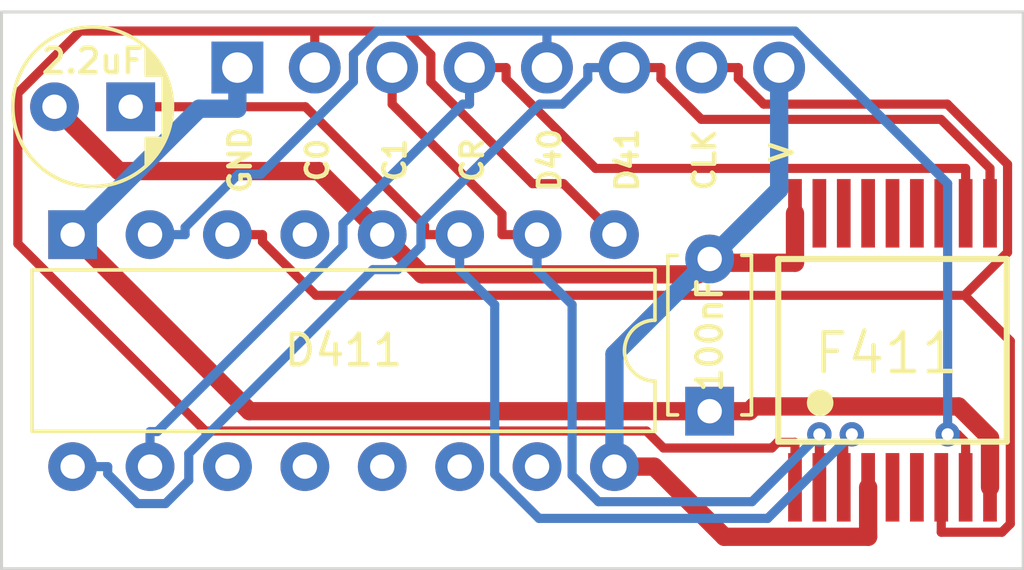
<source format=kicad_pcb>
(kicad_pcb (version 20211014) (generator pcbnew)
  (title_block (title "SNESCIC ADAPTER") (date "2022-07-11") (rev "V1"))
  (layers (0 "F.Cu" signal) (31 "B.Cu" signal) (34 "B.Paste" user) (35 "F.Paste" user) (36 "B.SilkS" user "B.Silkscreen") (37 "F.SilkS" user "F.Silkscreen") (38 "B.Mask" user) (39 "F.Mask" user) (44 "Edge.Cuts" user))
  (net 0 "")
  (net 1 "VCC")
  (net 2 "GND")
  (net 3 "D40")
  (net 4 "D41")
  (net 5 "CLK2")
  (net 6 "CIC DATA 1")
  (net 7 "CIC DATA 0")
  (net 8 "CIC RESET")
  (net 9 "RANDOM")
  (footprint "Capacitor_THT:CP_Radial_D5.0mm_P2.50mm" (layer "F.Cu") (at 188.5 87)
    (fp_text reference "C2" hide)
    (fp_text value "2.2uF" (at 1.25 -1.5) (layer "F.SilkS") (effects (font (size 0.8 0.8))))
    (fp_line (start 3.451 -1.383) (end 3.451 -1.04) (layer "F.SilkS") (width 0.12))
    (fp_line (start 3.011 -1.901) (end 3.011 -1.04) (layer "F.SilkS") (width 0.12))
    (fp_line (start 3.251 -1.653) (end 3.251 -1.04) (layer "F.SilkS") (width 0.12))
    (fp_line (start 3.211 -1.699) (end 3.211 -1.04) (layer "F.SilkS") (width 0.12))
    (fp_line (start 3.091 1.04) (end 3.091 1.826) (layer "F.SilkS") (width 0.12))
    (fp_line (start 3.411 -1.443) (end 3.411 -1.04) (layer "F.SilkS") (width 0.12))
    (fp_line (start 3.131 1.04) (end 3.131 1.785) (layer "F.SilkS") (width 0.12))
    (fp_line (start 3.651 -1.011) (end 3.651 1.011) (layer "F.SilkS") (width 0.12))
    (fp_line (start 3.171 1.04) (end 3.171 1.743) (layer "F.SilkS") (width 0.12))
    (fp_line (start 3.491 1.04) (end 3.491 1.319) (layer "F.SilkS") (width 0.12))
    (fp_line (start 3.051 1.04) (end 3.051 1.864) (layer "F.SilkS") (width 0.12))
    (fp_line (start 3.851 -0.284) (end 3.851 0.284) (layer "F.SilkS") (width 0.12))
    (fp_line (start 3.731 -0.805) (end 3.731 0.805) (layer "F.SilkS") (width 0.12))
    (fp_line (start 3.411 1.04) (end 3.411 1.443) (layer "F.SilkS") (width 0.12))
    (fp_line (start 3.251 1.04) (end 3.251 1.653) (layer "F.SilkS") (width 0.12))
    (fp_line (start 3.051 -1.864) (end 3.051 -1.04) (layer "F.SilkS") (width 0.12))
    (fp_line (start 3.691 -0.915) (end 3.691 0.915) (layer "F.SilkS") (width 0.12))
    (fp_line (start 3.291 1.04) (end 3.291 1.605) (layer "F.SilkS") (width 0.12))
    (fp_line (start 3.451 1.04) (end 3.451 1.383) (layer "F.SilkS") (width 0.12))
    (fp_line (start 3.011 1.04) (end 3.011 1.901) (layer "F.SilkS") (width 0.12))
    (fp_line (start 3.371 1.04) (end 3.371 1.5) (layer "F.SilkS") (width 0.12))
    (fp_line (start 3.571 -1.178) (end 3.571 1.178) (layer "F.SilkS") (width 0.12))
    (fp_line (start 3.371 -1.5) (end 3.371 -1.04) (layer "F.SilkS") (width 0.12))
    (fp_line (start 3.771 -0.677) (end 3.771 0.677) (layer "F.SilkS") (width 0.12))
    (fp_line (start 3.291 -1.605) (end 3.291 -1.04) (layer "F.SilkS") (width 0.12))
    (fp_line (start 3.811 -0.518) (end 3.811 0.518) (layer "F.SilkS") (width 0.12))
    (fp_line (start 3.171 -1.743) (end 3.171 -1.04) (layer "F.SilkS") (width 0.12))
    (fp_line (start 3.131 -1.785) (end 3.131 -1.04) (layer "F.SilkS") (width 0.12))
    (fp_line (start 3.091 -1.826) (end 3.091 -1.04) (layer "F.SilkS") (width 0.12))
    (fp_line (start 3.531 -1.251) (end 3.531 -1.04) (layer "F.SilkS") (width 0.12))
    (fp_line (start 3.531 1.04) (end 3.531 1.251) (layer "F.SilkS") (width 0.12))
    (fp_line (start 3.611 -1.098) (end 3.611 1.098) (layer "F.SilkS") (width 0.12))
    (fp_line (start 3.331 1.04) (end 3.331 1.554) (layer "F.SilkS") (width 0.12))
    (fp_line (start 3.491 -1.319) (end 3.491 -1.04) (layer "F.SilkS") (width 0.12))
    (fp_line (start 3.331 -1.554) (end 3.331 -1.04) (layer "F.SilkS") (width 0.12))
    (fp_line (start 3.211 1.04) (end 3.211 1.699) (layer "F.SilkS") (width 0.12))
    (fp_circle (center 1.25 0) (end 3.87 0) (layer "F.SilkS") (width 0.12) (fill none))
    (pad "1" thru_hole circle (at 0 0) (size 1.6 1.6) (drill 0.8) (layers *.Cu *.Mask) (net 1 "VCC"))
    (pad "2" thru_hole rect (at 2.5 0) (size 1.6 1.6) (drill 0.8) (layers *.Cu *.Mask) (net 9 "RANDOM"))
  )
  (footprint "snes_cart:18-SSOP" (layer "F.Cu") (at 216 95 180)
    (fp_text reference "F411" (at 0.2 -0.1) (layer "F.SilkS") (effects (font (size 1.27 1.27))))
    (fp_text value "SMD CIC" hide)
    (fp_line (start 3.75 3) (end -3.75 3) (layer "F.SilkS") (width 0.2))
    (fp_line (start -3.75 3) (end -3.75 -3) (layer "F.SilkS") (width 0.2))
    (fp_line (start 3.75 -3) (end 3.75 3) (layer "F.SilkS") (width 0.2))
    (fp_line (start -3.75 -3) (end 3.75 -3) (layer "F.SilkS") (width 0.2))
    (fp_circle (center 2.375 -1.725) (end 2.593301 -1.725) (layer "F.SilkS") (width 0.436603) (fill solid))
    (pad "1" smd rect (at 3.2 -4.5 90) (size 2.25 0.45) (layers "F.Cu" "F.Paste" "F.Mask") (net 7 "CIC DATA 0"))
    (pad "2" smd rect (at 2.4 -4.5 90) (size 2.25 0.45) (layers "F.Cu" "F.Paste" "F.Mask") (net 6 "CIC DATA 1"))
    (pad "3" smd rect (at 1.6 -4.5 90) (size 2.25 0.45) (layers "F.Cu" "F.Paste" "F.Mask") (net 9 "RANDOM"))
    (pad "4" smd rect (at 0.8 -4.5 90) (size 2.25 0.45) (layers "F.Cu" "F.Paste" "F.Mask") (net 1 "VCC"))
    (pad "5" smd rect (at 0 -4.5 90) (size 2.25 0.45) (layers "F.Cu" "F.Paste" "F.Mask"))
    (pad "6" smd rect (at -0.8 -4.5 90) (size 2.25 0.45) (layers "F.Cu" "F.Paste" "F.Mask"))
    (pad "7" smd rect (at -1.6 -4.5 90) (size 2.25 0.45) (layers "F.Cu" "F.Paste" "F.Mask") (net 5 "CLK2"))
    (pad "8" smd rect (at -2.4 -4.5 90) (size 2.25 0.45) (layers "F.Cu" "F.Paste" "F.Mask") (net 3 "D40"))
    (pad "9" smd rect (at -3.2 -4.5 90) (size 2.25 0.45) (layers "F.Cu" "F.Paste" "F.Mask") (net 2 "GND"))
    (pad "10" smd rect (at -3.2 4.5 90) (size 2.25 0.45) (layers "F.Cu" "F.Paste" "F.Mask") (net 4 "D41"))
    (pad "11" smd rect (at -2.4 4.5 90) (size 2.25 0.45) (layers "F.Cu" "F.Paste" "F.Mask") (net 8 "CIC RESET"))
    (pad "12" smd rect (at -1.6 4.5 90) (size 2.25 0.45) (layers "F.Cu" "F.Paste" "F.Mask"))
    (pad "13" smd rect (at -0.8 4.5 90) (size 2.25 0.45) (layers "F.Cu" "F.Paste" "F.Mask"))
    (pad "14" smd rect (at 0 4.5 90) (size 2.25 0.45) (layers "F.Cu" "F.Paste" "F.Mask"))
    (pad "15" smd rect (at 0.8 4.5 90) (size 2.25 0.45) (layers "F.Cu" "F.Paste" "F.Mask"))
    (pad "16" smd rect (at 1.6 4.5 90) (size 2.25 0.45) (layers "F.Cu" "F.Paste" "F.Mask"))
    (pad "17" smd rect (at 2.4 4.5 90) (size 2.25 0.45) (layers "F.Cu" "F.Paste" "F.Mask"))
    (pad "18" smd rect (at 3.2 4.5 90) (size 2.25 0.45) (layers "F.Cu" "F.Paste" "F.Mask") (net 1 "VCC"))
  )
  (footprint "Package_DIP:DIP-16_W7.62mm" (layer "F.Cu") (at 206.875 91.2 -90)
    (fp_text reference "D411" (at 3.8 8.89 180) (layer "F.SilkS"))
    (fp_text value "DIP CIC" hide)
    (fp_line (start 6.46 19.11) (end 6.46 -1.33) (layer "F.SilkS") (width 0.12))
    (fp_line (start 2.81 -1.33) (end 1.16 -1.33) (layer "F.SilkS") (width 0.12))
    (fp_line (start 1.16 -1.33) (end 1.16 19.11) (layer "F.SilkS") (width 0.12))
    (fp_line (start 1.16 19.11) (end 6.46 19.11) (layer "F.SilkS") (width 0.12))
    (fp_line (start 6.46 -1.33) (end 4.81 -1.33) (layer "F.SilkS") (width 0.12))
    (fp_arc (start 4.81 -1.33) (mid 3.81 -0.33) (end 2.81 -1.33) (layer "F.SilkS") (width 0.12))
    (pad "1" thru_hole circle (at 0 0 270) (size 1.6 1.6) (drill 0.8) (layers *.Cu *.Mask) (net 7 "CIC DATA 0"))
    (pad "2" thru_hole oval (at 0 2.54 270) (size 1.6 1.6) (drill 0.8) (layers *.Cu *.Mask) (net 6 "CIC DATA 1"))
    (pad "3" thru_hole oval (at 0 5.08 270) (size 1.6 1.6) (drill 0.8) (layers *.Cu *.Mask) (net 9 "RANDOM"))
    (pad "4" thru_hole oval (at 0 7.62 270) (size 1.6 1.6) (drill 0.8) (layers *.Cu *.Mask) (net 1 "VCC"))
    (pad "5" thru_hole oval (at 0 10.16 270) (size 1.6 1.6) (drill 0.8) (layers *.Cu *.Mask))
    (pad "6" thru_hole oval (at 0 12.7 270) (size 1.6 1.6) (drill 0.8) (layers *.Cu *.Mask) (net 5 "CLK2"))
    (pad "7" thru_hole oval (at 0 15.24 270) (size 1.6 1.6) (drill 0.8) (layers *.Cu *.Mask) (net 3 "D40"))
    (pad "8" thru_hole rect (at 0 17.78 270) (size 1.6 1.6) (drill 0.8) (layers *.Cu *.Mask) (net 2 "GND"))
    (pad "9" thru_hole oval (at 7.62 17.78 270) (size 1.6 1.6) (drill 0.8) (layers *.Cu *.Mask) (net 4 "D41"))
    (pad "10" thru_hole oval (at 7.62 15.24 270) (size 1.6 1.6) (drill 0.8) (layers *.Cu *.Mask) (net 8 "CIC RESET"))
    (pad "11" thru_hole oval (at 7.62 12.7 270) (size 1.6 1.6) (drill 0.8) (layers *.Cu *.Mask))
    (pad "12" thru_hole oval (at 7.62 10.16 270) (size 1.6 1.6) (drill 0.8) (layers *.Cu *.Mask))
    (pad "13" thru_hole oval (at 7.62 7.62 270) (size 1.6 1.6) (drill 0.8) (layers *.Cu *.Mask))
    (pad "14" thru_hole oval (at 7.62 5.08 270) (size 1.6 1.6) (drill 0.8) (layers *.Cu *.Mask))
    (pad "15" thru_hole oval (at 7.62 2.54 270) (size 1.6 1.6) (drill 0.8) (layers *.Cu *.Mask))
    (pad "16" thru_hole oval (at 7.62 0 270) (size 1.6 1.6) (drill 0.8) (layers *.Cu *.Mask) (net 1 "VCC"))
  )
  (footprint "Capacitor_THT:C_Disc_D5.0mm_W2.5mm_P5.00mm" (layer "F.Cu") (at 210 92 -90)
    (fp_text reference "C1" hide)
    (fp_text value "100nF" (at 2.5 0 -90) (layer "F.SilkS") (effects (font (size 0.8 0.8))))
    (fp_line (start -0.12 -1.37) (end 5.12 -1.37) (layer "F.SilkS") (width 0.12))
    (fp_line (start 5.12 -1.37) (end 5.12 -1.055) (layer "F.SilkS") (width 0.12))
    (fp_line (start -0.12 -1.37) (end -0.12 -1.055) (layer "F.SilkS") (width 0.12))
    (fp_line (start -0.12 1.37) (end 5.12 1.37) (layer "F.SilkS") (width 0.12))
    (fp_line (start 5.12 1.055) (end 5.12 1.37) (layer "F.SilkS") (width 0.12))
    (fp_line (start -0.12 1.055) (end -0.12 1.37) (layer "F.SilkS") (width 0.12))
    (pad "1" thru_hole circle (at 0 0 270) (size 1.6 1.6) (drill 0.8) (layers *.Cu *.Mask) (net 1 "VCC"))
    (pad "2" thru_hole rect (at 5 0 270) (size 1.6 1.6) (drill 0.8) (layers *.Cu *.Mask) (net 2 "GND"))
  )
  (footprint "Connector_PinHeader_2.54mm:PinHeader_1x08_P2.54mm_Vertical" (layer "B.Cu") (at 212.28 85.714 90)
    (fp_text reference "JCIC1")
    (fp_text value "Conn_01x08" hide)
    (pad "1" thru_hole circle (at 0 0 90) (size 1.7 1.7) (drill 1) (layers *.Cu *.Mask) (net 1 "VCC"))
    (pad "2" thru_hole oval (at 0 -2.54 90) (size 1.7 1.7) (drill 1) (layers *.Cu *.Mask) (net 5 "CLK2"))
    (pad "3" thru_hole oval (at 0 -5.08 90) (size 1.7 1.7) (drill 1) (layers *.Cu *.Mask) (net 4 "D41"))
    (pad "4" thru_hole oval (at 0 -7.62 90) (size 1.7 1.7) (drill 1) (layers *.Cu *.Mask) (net 3 "D40"))
    (pad "5" thru_hole oval (at 0 -10.16 90) (size 1.7 1.7) (drill 1) (layers *.Cu *.Mask) (net 8 "CIC RESET"))
    (pad "6" thru_hole oval (at 0 -12.7 90) (size 1.7 1.7) (drill 1) (layers *.Cu *.Mask) (net 6 "CIC DATA 1"))
    (pad "7" thru_hole oval (at 0 -15.24 90) (size 1.7 1.7) (drill 1) (layers *.Cu *.Mask) (net 7 "CIC DATA 0"))
    (pad "8" thru_hole rect (at 0 -17.78 90) (size 1.7 1.7) (drill 1) (layers *.Cu *.Mask) (net 2 "GND"))
  )
  (gr_line (start 186.761 83.887) (end 220.289 83.887) (layer "Edge.Cuts") (width 0.1))
  (gr_line (start 186.761 102.175) (end 186.761 83.887) (layer "Edge.Cuts") (width 0.1))
  (gr_line (start 220.289 102.175) (end 186.761 102.175) (layer "Edge.Cuts") (width 0.1))
  (gr_line (start 220.289 83.887) (end 220.289 102.175) (layer "Edge.Cuts") (width 0.1))
  (gr_text "CLK" (at 209.83 88.75 90) (layer "F.SilkS") (effects (font (size 0.7 0.7))))
  (gr_text "CR" (at 202.21 88.75 90) (layer "F.SilkS") (effects (font (size 0.7 0.7))))
  (gr_text "V" (at 212.37 88.5 90) (layer "F.SilkS") (effects (font (size 0.7 0.7))))
  (gr_text "C1" (at 199.67 88.75 90) (layer "F.SilkS") (effects (font (size 0.7 0.7))))
  (gr_text "C0" (at 197.13 88.75 90) (layer "F.SilkS") (effects (font (size 0.7 0.7))))
  (gr_text "D41" (at 207.29 88.75 90) (layer "F.SilkS") (effects (font (size 0.7 0.7))))
  (gr_text "GND" (at 194.59 88.75 90) (layer "F.SilkS") (effects (font (size 0.7 0.7))))
  (gr_text "D40" (at 204.75 88.75 90) (layer "F.SilkS") (effects (font (size 0.7 0.7))))
  (segment (start 210.4806 101.1253) (end 215.2 101.1253) (width 0.6) (layer "F.Cu") (net 1))
  (segment (start 210 92.1253) (end 212.8 92.1253) (width 0.6) (layer "F.Cu") (net 1))
  (segment (start 200.5603 92.5053) (end 199.255 91.2) (width 0.6) (layer "F.Cu") (net 1))
  (segment (start 210 92) (end 210 92.1253) (width 0.6) (layer "F.Cu") (net 1))
  (segment (start 209.62 92.5053) (end 200.5603 92.5053) (width 0.6) (layer "F.Cu") (net 1))
  (segment (start 215.2 99.5) (end 215.2 101.1253) (width 0.6) (layer "F.Cu") (net 1))
  (segment (start 208.1753 98.82) (end 210.4806 101.1253) (width 0.6) (layer "F.Cu") (net 1))
  (segment (start 212.8 90.5) (end 212.8 92.1253) (width 0.6) (layer "F.Cu") (net 1))
  (segment (start 197.1681 89.1131) (end 190.6131 89.1131) (width 0.6) (layer "F.Cu") (net 1))
  (segment (start 206.875 98.82) (end 208.1753 98.82) (width 0.6) (layer "F.Cu") (net 1))
  (segment (start 199.255 91.2) (end 197.1681 89.1131) (width 0.6) (layer "F.Cu") (net 1))
  (segment (start 190.6131 89.1131) (end 188.5 87) (width 0.6) (layer "F.Cu") (net 1))
  (segment (start 210 92.1253) (end 209.62 92.5053) (width 0.6) (layer "F.Cu") (net 1))
  (segment (start 212.28 85.714) (end 212.28 89.72) (width 0.6) (layer "B.Cu") (net 1))
  (segment (start 210 92) (end 206.875 95.125) (width 0.6) (layer "B.Cu") (net 1))
  (segment (start 212.28 89.72) (end 210 92) (width 0.6) (layer "B.Cu") (net 1))
  (segment (start 206.875 95.125) (end 206.875 98.82) (width 0.6) (layer "B.Cu") (net 1))
  (segment (start 211.4571 96.8432) (end 211.3003 97) (width 0.6) (layer "F.Cu") (net 2))
  (segment (start 194.895 97) (end 210 97) (width 0.6) (layer "F.Cu") (net 2))
  (segment (start 210 97) (end 211.3003 97) (width 0.6) (layer "F.Cu") (net 2))
  (segment (start 219.2 97.8747) (end 218.1685 96.8432) (width 0.6) (layer "F.Cu") (net 2))
  (segment (start 189.095 91.2) (end 194.895 97) (width 0.6) (layer "F.Cu") (net 2))
  (segment (start 218.1685 96.8432) (end 211.4571 96.8432) (width 0.6) (layer "F.Cu") (net 2))
  (segment (start 219.2 99.5) (end 219.2 97.8747) (width 0.6) (layer "F.Cu") (net 2))
  (segment (start 194.5 87.0643) (end 193.2476 87.0643) (width 0.6) (layer "B.Cu") (net 2))
  (segment (start 194.5 85.714) (end 194.5 87.0643) (width 0.6) (layer "B.Cu") (net 2))
  (segment (start 193.2476 87.0643) (end 189.1119 91.2) (width 0.6) (layer "B.Cu") (net 2))
  (segment (start 189.1119 91.2) (end 189.095 91.2) (width 0.6) (layer "B.Cu") (net 2))
  (segment (start 218.4 99.5) (end 218.4 98.0247) (width 0.3) (layer "F.Cu") (net 3))
  (segment (start 217.8092 97.7591) (end 218.1344 97.7591) (width 0.3) (layer "F.Cu") (net 3))
  (segment (start 218.1344 97.7591) (end 218.4 98.0247) (width 0.3) (layer "F.Cu") (net 3))
  (via (at 217.8092 97.7591) (size 0.8) (drill 0.4) (layers "F.Cu" "B.Cu") (net 3))
  (segment (start 198.31 85.2791) (end 198.31 86.1763) (width 0.3) (layer "B.Cu") (net 3))
  (segment (start 194.532 89.2149) (end 192.7853 90.9616) (width 0.3) (layer "B.Cu") (net 3))
  (segment (start 204.66 84.5137) (end 199.0754 84.5137) (width 0.3) (layer "B.Cu") (net 3))
  (segment (start 204.66 85.714) (end 204.66 84.5137) (width 0.3) (layer "B.Cu") (net 3))
  (segment (start 192.7853 90.9616) (end 192.7853 91.2) (width 0.3) (layer "B.Cu") (net 3))
  (segment (start 217.8092 97.7591) (end 217.8092 89.5217) (width 0.3) (layer "B.Cu") (net 3))
  (segment (start 217.8092 89.5217) (end 212.8012 84.5137) (width 0.3) (layer "B.Cu") (net 3))
  (segment (start 212.8012 84.5137) (end 204.66 84.5137) (width 0.3) (layer "B.Cu") (net 3))
  (segment (start 198.31 86.1763) (end 195.2714 89.2149) (width 0.3) (layer "B.Cu") (net 3))
  (segment (start 199.0754 84.5137) (end 198.31 85.2791) (width 0.3) (layer "B.Cu") (net 3))
  (segment (start 195.2714 89.2149) (end 194.532 89.2149) (width 0.3) (layer "B.Cu") (net 3))
  (segment (start 191.635 91.2) (end 192.7853 91.2) (width 0.3) (layer "B.Cu") (net 3))
  (segment (start 209.7257 87.4146) (end 217.5899 87.4146) (width 0.3) (layer "F.Cu") (net 4))
  (segment (start 208.4003 86.0892) (end 209.7257 87.4146) (width 0.3) (layer "F.Cu") (net 4))
  (segment (start 219.2 90.5) (end 219.2 89.0247) (width 0.3) (layer "F.Cu") (net 4))
  (segment (start 208.4003 85.714) (end 208.4003 86.0892) (width 0.3) (layer "F.Cu") (net 4))
  (segment (start 217.5899 87.4146) (end 219.2 89.0247) (width 0.3) (layer "F.Cu") (net 4))
  (segment (start 207.2 85.714) (end 208.4003 85.714) (width 0.3) (layer "F.Cu") (net 4))
  (segment (start 190.2453 99.0584) (end 190.2453 98.82) (width 0.3) (layer "B.Cu") (net 4))
  (segment (start 205.9997 85.714) (end 205.9997 86.0892) (width 0.3) (layer "B.Cu") (net 4))
  (segment (start 200.525 90.8151) (end 200.525 91.5828) (width 0.3) (layer "B.Cu") (net 4))
  (segment (start 192.905 98.3911) (end 192.905 99.2703) (width 0.3) (layer "B.Cu") (net 4))
  (segment (start 189.095 98.82) (end 190.2453 98.82) (width 0.3) (layer "B.Cu") (net 4))
  (segment (start 205.9997 86.0892) (end 205.1746 86.9143) (width 0.3) (layer "B.Cu") (net 4))
  (segment (start 205.1746 86.9143) (end 204.4258 86.9143) (width 0.3) (layer "B.Cu") (net 4))
  (segment (start 204.4258 86.9143) (end 200.525 90.8151) (width 0.3) (layer "B.Cu") (net 4))
  (segment (start 192.905 99.2703) (end 192.1408 100.0345) (width 0.3) (layer "B.Cu") (net 4))
  (segment (start 198.9457 92.3504) (end 192.905 98.3911) (width 0.3) (layer "B.Cu") (net 4))
  (segment (start 191.2214 100.0345) (end 190.2453 99.0584) (width 0.3) (layer "B.Cu") (net 4))
  (segment (start 192.1408 100.0345) (end 191.2214 100.0345) (width 0.3) (layer "B.Cu") (net 4))
  (segment (start 199.7574 92.3504) (end 198.9457 92.3504) (width 0.3) (layer "B.Cu") (net 4))
  (segment (start 200.525 91.5828) (end 199.7574 92.3504) (width 0.3) (layer "B.Cu") (net 4))
  (segment (start 207.2 85.714) (end 205.9997 85.714) (width 0.3) (layer "B.Cu") (net 4))
  (segment (start 209.74 85.714) (end 210.9403 85.714) (width 0.3) (layer "F.Cu") (net 5))
  (segment (start 218.3646 93.1934) (end 197.0803 93.1934) (width 0.3) (layer "F.Cu") (net 5))
  (segment (start 219.5898 100.9753) (end 217.6 100.9753) (width 0.3) (layer "F.Cu") (net 5))
  (segment (start 219.7754 91.7826) (end 218.3646 93.1934) (width 0.3) (layer "F.Cu") (net 5))
  (segment (start 217.6 99.5) (end 217.6 100.9753) (width 0.3) (layer "F.Cu") (net 5))
  (segment (start 218.3646 93.1934) (end 219.8661 94.6949) (width 0.3) (layer "F.Cu") (net 5))
  (segment (start 210.9403 86.082) (end 211.7726 86.9143) (width 0.3) (layer "F.Cu") (net 5))
  (segment (start 217.8 86.9143) (end 219.7754 88.8897) (width 0.3) (layer "F.Cu") (net 5))
  (segment (start 219.7754 88.8897) (end 219.7754 91.7826) (width 0.3) (layer "F.Cu") (net 5))
  (segment (start 194.175 91.2) (end 195.3253 91.2) (width 0.3) (layer "F.Cu") (net 5))
  (segment (start 195.3253 91.4384) (end 195.3253 91.2) (width 0.3) (layer "F.Cu") (net 5))
  (segment (start 219.8661 94.6949) (end 219.8661 100.699) (width 0.3) (layer "F.Cu") (net 5))
  (segment (start 210.9403 85.714) (end 210.9403 86.082) (width 0.3) (layer "F.Cu") (net 5))
  (segment (start 219.8661 100.699) (end 219.5898 100.9753) (width 0.3) (layer "F.Cu") (net 5))
  (segment (start 211.7726 86.9143) (end 217.8 86.9143) (width 0.3) (layer "F.Cu") (net 5))
  (segment (start 197.0803 93.1934) (end 195.3253 91.4384) (width 0.3) (layer "F.Cu") (net 5))
  (segment (start 203.1847 90.519) (end 203.1847 91.2) (width 0.3) (layer "F.Cu") (net 6))
  (segment (start 199.58 86.9143) (end 203.1847 90.519) (width 0.3) (layer "F.Cu") (net 6))
  (segment (start 213.6 97.7624) (end 213.6 99.5) (width 0.3) (layer "F.Cu") (net 6))
  (segment (start 199.58 85.714) (end 199.58 86.9143) (width 0.3) (layer "F.Cu") (net 6))
  (segment (start 204.335 91.2) (end 203.1847 91.2) (width 0.3) (layer "F.Cu") (net 6))
  (via (at 213.6 97.7624) (size 0.8) (drill 0.4) (layers "F.Cu" "B.Cu") (net 6))
  (segment (start 204.335 92.3503) (end 205.4853 93.5006) (width 0.3) (layer "B.Cu") (net 6))
  (segment (start 205.4853 93.5006) (end 205.4853 99.107) (width 0.3) (layer "B.Cu") (net 6))
  (segment (start 211.3907 99.9717) (end 213.6 97.7624) (width 0.3) (layer "B.Cu") (net 6))
  (segment (start 204.335 91.2) (end 204.335 92.3503) (width 0.3) (layer "B.Cu") (net 6))
  (segment (start 205.4853 99.107) (end 206.35 99.9717) (width 0.3) (layer "B.Cu") (net 6))
  (segment (start 206.35 99.9717) (end 211.3907 99.9717) (width 0.3) (layer "B.Cu") (net 6))
  (segment (start 187.297 86.5513) (end 189.3346 84.5137) (width 0.3) (layer "F.Cu") (net 7))
  (segment (start 212.8 99.5) (end 212.8 98.0247) (width 0.3) (layer "F.Cu") (net 7))
  (segment (start 197.04 84.5137) (end 200.0773 84.5137) (width 0.3) (layer "F.Cu") (net 7))
  (segment (start 189.3346 84.5137) (end 197.04 84.5137) (width 0.3) (layer "F.Cu") (net 7))
  (segment (start 197.04 85.714) (end 197.04 84.5137) (width 0.3) (layer "F.Cu") (net 7))
  (segment (start 212.0402 98.2092) (end 208.4843 98.2092) (width 0.3) (layer "F.Cu") (net 7))
  (segment (start 193.4491 97.6504) (end 187.297 91.4983) (width 0.3) (layer "F.Cu") (net 7))
  (segment (start 212.2247 98.0247) (end 212.0402 98.2092) (width 0.3) (layer "F.Cu") (net 7))
  (segment (start 200.0773 84.5137) (end 200.85 85.2864) (width 0.3) (layer "F.Cu") (net 7))
  (segment (start 205.2001 89.5251) (end 206.875 91.2) (width 0.3) (layer "F.Cu") (net 7))
  (segment (start 204.1838 89.5251) (end 205.2001 89.5251) (width 0.3) (layer "F.Cu") (net 7))
  (segment (start 200.85 86.1913) (end 204.1838 89.5251) (width 0.3) (layer "F.Cu") (net 7))
  (segment (start 207.9255 97.6504) (end 193.4491 97.6504) (width 0.3) (layer "F.Cu") (net 7))
  (segment (start 200.85 85.2864) (end 200.85 86.1913) (width 0.3) (layer "F.Cu") (net 7))
  (segment (start 212.8 98.0247) (end 212.2247 98.0247) (width 0.3) (layer "F.Cu") (net 7))
  (segment (start 208.4843 98.2092) (end 207.9255 97.6504) (width 0.3) (layer "F.Cu") (net 7))
  (segment (start 187.297 91.4983) (end 187.297 86.5513) (width 0.3) (layer "F.Cu") (net 7))
  (segment (start 203.3203 86.0891) (end 206.2559 89.0247) (width 0.3) (layer "F.Cu") (net 8))
  (segment (start 202.12 85.714) (end 203.3203 85.714) (width 0.3) (layer "F.Cu") (net 8))
  (segment (start 206.2559 89.0247) (end 218.4 89.0247) (width 0.3) (layer "F.Cu") (net 8))
  (segment (start 218.4 90.5) (end 218.4 89.0247) (width 0.3) (layer "F.Cu") (net 8))
  (segment (start 203.3203 85.714) (end 203.3203 86.0891) (width 0.3) (layer "F.Cu") (net 8))
  (segment (start 197.9651 91.5779) (end 191.8733 97.6697) (width 0.3) (layer "B.Cu") (net 8))
  (segment (start 202.12 85.714) (end 202.12 86.9143) (width 0.3) (layer "B.Cu") (net 8))
  (segment (start 191.635 98.82) (end 191.635 97.6697) (width 0.3) (layer "B.Cu") (net 8))
  (segment (start 197.9651 90.8441) (end 197.9651 91.5779) (width 0.3) (layer "B.Cu") (net 8))
  (segment (start 201.8949 86.9143) (end 197.9651 90.8441) (width 0.3) (layer "B.Cu") (net 8))
  (segment (start 202.12 86.9143) (end 201.8949 86.9143) (width 0.3) (layer "B.Cu") (net 8))
  (segment (start 191.8733 97.6697) (end 191.635 97.6697) (width 0.3) (layer "B.Cu") (net 8))
  (segment (start 200.6447 91.2) (end 200.6447 90.9124) (width 0.3) (layer "F.Cu") (net 9))
  (segment (start 214.4 99.5) (end 214.4 98.0247) (width 0.3) (layer "F.Cu") (net 9))
  (segment (start 201.795 91.2) (end 200.6447 91.2) (width 0.3) (layer "F.Cu") (net 9))
  (segment (start 214.6656 97.7591) (end 214.4 98.0247) (width 0.3) (layer "F.Cu") (net 9))
  (segment (start 196.7323 87) (end 191 87) (width 0.3) (layer "F.Cu") (net 9))
  (segment (start 200.6447 90.9124) (end 196.7323 87) (width 0.3) (layer "F.Cu") (net 9))
  (via (at 214.6656 97.7591) (size 0.8) (drill 0.4) (layers "F.Cu" "B.Cu") (net 9))
  (segment (start 211.9041 100.5206) (end 214.6656 97.7591) (width 0.3) (layer "B.Cu") (net 9))
  (segment (start 201.795 91.2) (end 201.795 92.3503) (width 0.3) (layer "B.Cu") (net 9))
  (segment (start 202.9453 99.068) (end 204.3979 100.5206) (width 0.3) (layer "B.Cu") (net 9))
  (segment (start 201.795 92.3503) (end 202.9453 93.5006) (width 0.3) (layer "B.Cu") (net 9))
  (segment (start 204.3979 100.5206) (end 211.9041 100.5206) (width 0.3) (layer "B.Cu") (net 9))
  (segment (start 202.9453 93.5006) (end 202.9453 99.068) (width 0.3) (layer "B.Cu") (net 9))
)
</source>
